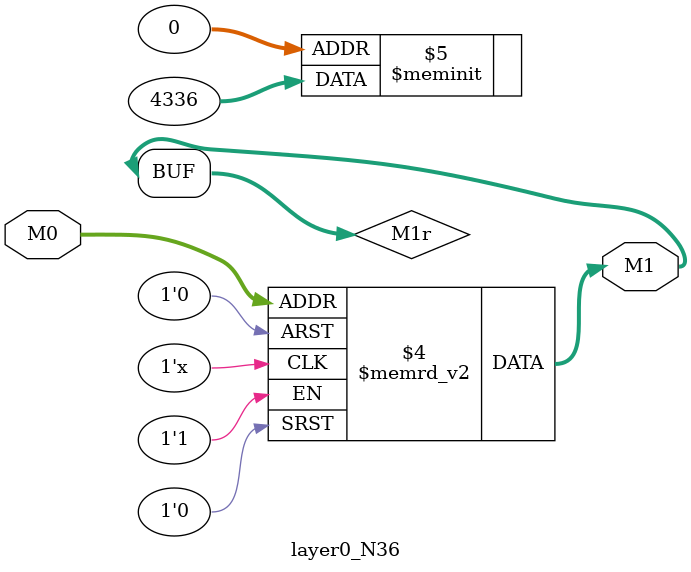
<source format=v>
module layer0_N36 ( input [3:0] M0, output [1:0] M1 );

	(*rom_style = "distributed" *) reg [1:0] M1r;
	assign M1 = M1r;
	always @ (M0) begin
		case (M0)
			4'b0000: M1r = 2'b00;
			4'b1000: M1r = 2'b00;
			4'b0100: M1r = 2'b00;
			4'b1100: M1r = 2'b00;
			4'b0010: M1r = 2'b11;
			4'b1010: M1r = 2'b00;
			4'b0110: M1r = 2'b01;
			4'b1110: M1r = 2'b00;
			4'b0001: M1r = 2'b00;
			4'b1001: M1r = 2'b00;
			4'b0101: M1r = 2'b00;
			4'b1101: M1r = 2'b00;
			4'b0011: M1r = 2'b11;
			4'b1011: M1r = 2'b00;
			4'b0111: M1r = 2'b00;
			4'b1111: M1r = 2'b00;

		endcase
	end
endmodule

</source>
